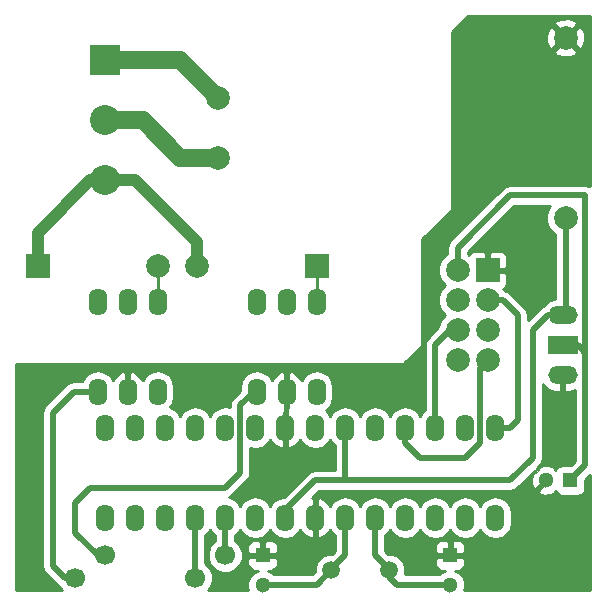
<source format=gbl>
G04 #@! TF.FileFunction,Copper,L2,Bot,Signal*
%FSLAX46Y46*%
G04 Gerber Fmt 4.6, Leading zero omitted, Abs format (unit mm)*
G04 Created by KiCad (PCBNEW 4.0.4+e1-6308~48~ubuntu15.10.1-stable) date Mon Sep 26 14:10:36 2016*
%MOMM*%
%LPD*%
G01*
G04 APERTURE LIST*
%ADD10C,0.100000*%
%ADD11C,1.699260*%
%ADD12R,2.499360X1.501140*%
%ADD13O,2.499360X1.501140*%
%ADD14R,2.540000X2.540000*%
%ADD15C,2.540000*%
%ADD16R,1.300000X1.300000*%
%ADD17C,1.300000*%
%ADD18C,1.998980*%
%ADD19R,1.998980X1.998980*%
%ADD20O,1.600000X2.300000*%
%ADD21R,2.000000X2.000000*%
%ADD22C,2.000000*%
%ADD23C,1.501140*%
%ADD24C,0.500000*%
%ADD25C,0.250000*%
%ADD26C,1.000000*%
%ADD27C,1.500000*%
%ADD28C,0.254000*%
G04 APERTURE END LIST*
D10*
D11*
X149225520Y-127632460D03*
X139065520Y-127632460D03*
D12*
X180340000Y-107952540D03*
D13*
X180340000Y-110492540D03*
X180340000Y-105412540D03*
D14*
X141605000Y-83820000D03*
D15*
X141605000Y-88900000D03*
X141605000Y-93980000D03*
D16*
X154940000Y-125730000D03*
D17*
X154940000Y-128230000D03*
D16*
X170815000Y-125730000D03*
D17*
X170815000Y-128230000D03*
D16*
X180975000Y-119380000D03*
D17*
X178975000Y-119380000D03*
D18*
X146050000Y-101216460D03*
D19*
X135890000Y-101216460D03*
D18*
X149352000Y-101221540D03*
D19*
X159512000Y-101221540D03*
D20*
X141605000Y-122555000D03*
X144145000Y-122555000D03*
X146685000Y-122555000D03*
X149225000Y-122555000D03*
X151765000Y-122555000D03*
X154305000Y-122555000D03*
X156845000Y-122555000D03*
X159385000Y-122555000D03*
X161925000Y-122555000D03*
X164465000Y-122555000D03*
X167005000Y-122555000D03*
X169545000Y-122555000D03*
X172085000Y-122555000D03*
X174625000Y-122555000D03*
X174625000Y-114935000D03*
X172085000Y-114935000D03*
X169545000Y-114935000D03*
X167005000Y-114935000D03*
X164465000Y-114935000D03*
X161925000Y-114935000D03*
X159385000Y-114935000D03*
X156845000Y-114935000D03*
X154305000Y-114935000D03*
X151765000Y-114935000D03*
X149225000Y-114935000D03*
X146685000Y-114935000D03*
X144145000Y-114935000D03*
X141605000Y-114935000D03*
D11*
X151765520Y-125727460D03*
X141605520Y-125727460D03*
D21*
X173990000Y-101600000D03*
D22*
X171450000Y-101600000D03*
X173990000Y-104140000D03*
X171450000Y-104140000D03*
X173990000Y-106680000D03*
X171450000Y-106680000D03*
X173990000Y-109220000D03*
X171450000Y-109220000D03*
X151130000Y-86995000D03*
X151130000Y-92075000D03*
X180594000Y-81915000D03*
X180594000Y-97155000D03*
D23*
X160754060Y-127000000D03*
X165635940Y-127000000D03*
D20*
X140970000Y-111887000D03*
X143510000Y-111887000D03*
X146050000Y-111887000D03*
X146050000Y-104267000D03*
X143510000Y-104267000D03*
X140970000Y-104267000D03*
X154432000Y-111887000D03*
X156972000Y-111887000D03*
X159512000Y-111887000D03*
X159512000Y-104267000D03*
X156972000Y-104267000D03*
X154432000Y-104267000D03*
D24*
X160754060Y-127000000D02*
X160754060Y-126900940D01*
X160754060Y-126900940D02*
X161925000Y-125730000D01*
X161925000Y-125730000D02*
X161925000Y-122555000D01*
X154940000Y-128230000D02*
X159524060Y-128230000D01*
X159524060Y-128230000D02*
X160754060Y-127000000D01*
X165635940Y-127000000D02*
X165635940Y-127535940D01*
X165635940Y-127535940D02*
X166330000Y-128230000D01*
X166330000Y-128230000D02*
X170815000Y-128230000D01*
X164465000Y-122555000D02*
X164465000Y-125730000D01*
X164465000Y-125730000D02*
X165635940Y-126900940D01*
X165635940Y-126900940D02*
X165635940Y-127000000D01*
X182245000Y-108585000D02*
X182245000Y-95250000D01*
X171450000Y-99695000D02*
X171450000Y-101600000D01*
X175895000Y-95250000D02*
X171450000Y-99695000D01*
X177165000Y-95250000D02*
X175895000Y-95250000D01*
X182245000Y-95250000D02*
X177165000Y-95250000D01*
X180975000Y-119380000D02*
X182245000Y-118110000D01*
X181612540Y-107952540D02*
X180340000Y-107952540D01*
X182245000Y-108585000D02*
X181612540Y-107952540D01*
X182245000Y-118110000D02*
X182245000Y-108585000D01*
D25*
X146050000Y-104267000D02*
X146050000Y-101216460D01*
X141605000Y-93980000D02*
X140335000Y-93980000D01*
D26*
X140335000Y-93980000D02*
X135890000Y-98425000D01*
X135890000Y-98425000D02*
X135890000Y-101216460D01*
X149352000Y-101221540D02*
X149352000Y-99187000D01*
X149352000Y-99187000D02*
X144145000Y-93980000D01*
X144145000Y-93980000D02*
X141605000Y-93980000D01*
D25*
X159512000Y-104267000D02*
X159512000Y-101221540D01*
D24*
X149225000Y-122555000D02*
X149225000Y-127631940D01*
X149225000Y-127631940D02*
X149225520Y-127632460D01*
X151765000Y-122555000D02*
X151765000Y-125726940D01*
X151765000Y-125726940D02*
X151765520Y-125727460D01*
X173990000Y-104140000D02*
X175260000Y-104140000D01*
X175260000Y-104140000D02*
X176530000Y-105410000D01*
X176530000Y-105410000D02*
X176530000Y-114300000D01*
X176530000Y-114300000D02*
X175895000Y-114935000D01*
X175895000Y-114935000D02*
X174625000Y-114935000D01*
D25*
X173990000Y-104140000D02*
X174625000Y-104140000D01*
X171450000Y-104140000D02*
X170815000Y-104140000D01*
X171450000Y-106680000D02*
X170815000Y-106680000D01*
D24*
X170815000Y-106680000D02*
X169545000Y-107950000D01*
X169545000Y-107950000D02*
X169545000Y-114935000D01*
X173355000Y-116205000D02*
X173355000Y-109855000D01*
X173355000Y-109855000D02*
X173990000Y-109220000D01*
X167005000Y-114935000D02*
X167005000Y-116205000D01*
X167005000Y-116205000D02*
X168275000Y-117475000D01*
X168275000Y-117475000D02*
X172085000Y-117475000D01*
X172085000Y-117475000D02*
X173355000Y-116205000D01*
D25*
X172085000Y-117475000D02*
X173355000Y-116205000D01*
X167005000Y-116205000D02*
X168275000Y-117475000D01*
X173355000Y-109855000D02*
X173990000Y-109220000D01*
D27*
X141605000Y-83820000D02*
X147955000Y-83820000D01*
X147955000Y-83820000D02*
X151130000Y-86995000D01*
X141605000Y-88900000D02*
X144780000Y-88900000D01*
X147955000Y-92075000D02*
X151130000Y-92075000D01*
X144780000Y-88900000D02*
X147955000Y-92075000D01*
D24*
X139065520Y-127632460D02*
X138173460Y-127632460D01*
X138938000Y-111887000D02*
X140970000Y-111887000D01*
X137160000Y-113665000D02*
X138938000Y-111887000D01*
X137160000Y-126619000D02*
X137160000Y-113665000D01*
X138173460Y-127632460D02*
X137160000Y-126619000D01*
D25*
X154432000Y-111887000D02*
X154178000Y-111887000D01*
D24*
X154178000Y-111887000D02*
X153035000Y-113030000D01*
X139065000Y-123825000D02*
X139065000Y-121285000D01*
X139065000Y-121285000D02*
X140335000Y-120015000D01*
X140335000Y-120015000D02*
X151765000Y-120015000D01*
X140967460Y-125727460D02*
X139065000Y-123825000D01*
X153035000Y-118745000D02*
X151765000Y-120015000D01*
X153035000Y-113030000D02*
X153035000Y-118745000D01*
X141605520Y-125727460D02*
X140967460Y-125727460D01*
X156845000Y-122555000D02*
X156845000Y-121920000D01*
X156845000Y-121920000D02*
X159385000Y-119380000D01*
X159385000Y-119380000D02*
X161925000Y-119380000D01*
X180340000Y-105412540D02*
X179067460Y-105412540D01*
X161925000Y-119380000D02*
X161925000Y-114935000D01*
X175895000Y-119380000D02*
X161925000Y-119380000D01*
X177800000Y-117475000D02*
X175895000Y-119380000D01*
X177800000Y-106680000D02*
X177800000Y-117475000D01*
X179067460Y-105412540D02*
X177800000Y-106680000D01*
X180594000Y-97155000D02*
X180594000Y-105158540D01*
X180594000Y-105158540D02*
X180340000Y-105412540D01*
D28*
G36*
X178075982Y-118660590D02*
X177845389Y-118716271D01*
X177677378Y-119199078D01*
X177706917Y-119709428D01*
X177845389Y-120043729D01*
X178075984Y-120099410D01*
X178795395Y-119380000D01*
X178781252Y-119365858D01*
X178960858Y-119186252D01*
X178975000Y-119200395D01*
X178989142Y-119186252D01*
X179168748Y-119365858D01*
X179154605Y-119380000D01*
X179168748Y-119394142D01*
X178989142Y-119573748D01*
X178975000Y-119559605D01*
X178255590Y-120279016D01*
X178311271Y-120509611D01*
X178794078Y-120677622D01*
X179304428Y-120648083D01*
X179638729Y-120509611D01*
X179694410Y-120279018D01*
X179796072Y-120380680D01*
X179860910Y-120481441D01*
X180073110Y-120626431D01*
X180325000Y-120677440D01*
X181625000Y-120677440D01*
X181860317Y-120633162D01*
X182076441Y-120494090D01*
X182221431Y-120281890D01*
X182272440Y-120030000D01*
X182272440Y-119334139D01*
X182640000Y-118966579D01*
X182640000Y-128665000D01*
X172025750Y-128665000D01*
X172099777Y-128486724D01*
X172100223Y-127975519D01*
X171905005Y-127503057D01*
X171543845Y-127141265D01*
X171239765Y-127015000D01*
X171591310Y-127015000D01*
X171824699Y-126918327D01*
X172003327Y-126739698D01*
X172100000Y-126506309D01*
X172100000Y-126015750D01*
X171941250Y-125857000D01*
X170942000Y-125857000D01*
X170942000Y-125877000D01*
X170688000Y-125877000D01*
X170688000Y-125857000D01*
X169688750Y-125857000D01*
X169530000Y-126015750D01*
X169530000Y-126506309D01*
X169626673Y-126739698D01*
X169805301Y-126918327D01*
X170038690Y-127015000D01*
X170390567Y-127015000D01*
X170088057Y-127139995D01*
X169882693Y-127345000D01*
X166992956Y-127345000D01*
X167021269Y-127276816D01*
X167021750Y-126725602D01*
X166811254Y-126216163D01*
X166421827Y-125826056D01*
X165912756Y-125614671D01*
X165600979Y-125614399D01*
X165350000Y-125363420D01*
X165350000Y-124953691D01*
X169530000Y-124953691D01*
X169530000Y-125444250D01*
X169688750Y-125603000D01*
X170688000Y-125603000D01*
X170688000Y-124603750D01*
X170942000Y-124603750D01*
X170942000Y-125603000D01*
X171941250Y-125603000D01*
X172100000Y-125444250D01*
X172100000Y-124953691D01*
X172003327Y-124720302D01*
X171824699Y-124541673D01*
X171591310Y-124445000D01*
X171100750Y-124445000D01*
X170942000Y-124603750D01*
X170688000Y-124603750D01*
X170529250Y-124445000D01*
X170038690Y-124445000D01*
X169805301Y-124541673D01*
X169626673Y-124720302D01*
X169530000Y-124953691D01*
X165350000Y-124953691D01*
X165350000Y-124041330D01*
X165479698Y-123954668D01*
X165735000Y-123572582D01*
X165990302Y-123954668D01*
X166455849Y-124265737D01*
X167005000Y-124374970D01*
X167554151Y-124265737D01*
X168019698Y-123954668D01*
X168275000Y-123572582D01*
X168530302Y-123954668D01*
X168995849Y-124265737D01*
X169545000Y-124374970D01*
X170094151Y-124265737D01*
X170559698Y-123954668D01*
X170815000Y-123572582D01*
X171070302Y-123954668D01*
X171535849Y-124265737D01*
X172085000Y-124374970D01*
X172634151Y-124265737D01*
X173099698Y-123954668D01*
X173355000Y-123572582D01*
X173610302Y-123954668D01*
X174075849Y-124265737D01*
X174625000Y-124374970D01*
X175174151Y-124265737D01*
X175639698Y-123954668D01*
X175950767Y-123489121D01*
X176060000Y-122939970D01*
X176060000Y-122170030D01*
X175950767Y-121620879D01*
X175639698Y-121155332D01*
X175174151Y-120844263D01*
X174625000Y-120735030D01*
X174075849Y-120844263D01*
X173610302Y-121155332D01*
X173355000Y-121537418D01*
X173099698Y-121155332D01*
X172634151Y-120844263D01*
X172085000Y-120735030D01*
X171535849Y-120844263D01*
X171070302Y-121155332D01*
X170815000Y-121537418D01*
X170559698Y-121155332D01*
X170094151Y-120844263D01*
X169545000Y-120735030D01*
X168995849Y-120844263D01*
X168530302Y-121155332D01*
X168275000Y-121537418D01*
X168019698Y-121155332D01*
X167554151Y-120844263D01*
X167005000Y-120735030D01*
X166455849Y-120844263D01*
X165990302Y-121155332D01*
X165735000Y-121537418D01*
X165479698Y-121155332D01*
X165014151Y-120844263D01*
X164465000Y-120735030D01*
X163915849Y-120844263D01*
X163450302Y-121155332D01*
X163195000Y-121537418D01*
X162939698Y-121155332D01*
X162474151Y-120844263D01*
X161925000Y-120735030D01*
X161375849Y-120844263D01*
X160910302Y-121155332D01*
X160657851Y-121533151D01*
X160309896Y-121100500D01*
X159816819Y-120830633D01*
X159734039Y-120813096D01*
X159512000Y-120935085D01*
X159512000Y-122428000D01*
X159532000Y-122428000D01*
X159532000Y-122682000D01*
X159512000Y-122682000D01*
X159512000Y-124174915D01*
X159734039Y-124296904D01*
X159816819Y-124279367D01*
X160309896Y-124009500D01*
X160657851Y-123576849D01*
X160910302Y-123954668D01*
X161040000Y-124041330D01*
X161040000Y-125363421D01*
X160788961Y-125614460D01*
X160479662Y-125614190D01*
X159970223Y-125824686D01*
X159580116Y-126214113D01*
X159368731Y-126723184D01*
X159368372Y-127134108D01*
X159157480Y-127345000D01*
X155872224Y-127345000D01*
X155668845Y-127141265D01*
X155364765Y-127015000D01*
X155716310Y-127015000D01*
X155949699Y-126918327D01*
X156128327Y-126739698D01*
X156225000Y-126506309D01*
X156225000Y-126015750D01*
X156066250Y-125857000D01*
X155067000Y-125857000D01*
X155067000Y-125877000D01*
X154813000Y-125877000D01*
X154813000Y-125857000D01*
X153813750Y-125857000D01*
X153655000Y-126015750D01*
X153655000Y-126506309D01*
X153751673Y-126739698D01*
X153930301Y-126918327D01*
X154163690Y-127015000D01*
X154515567Y-127015000D01*
X154213057Y-127139995D01*
X153851265Y-127501155D01*
X153655223Y-127973276D01*
X153654777Y-128484481D01*
X153729366Y-128665000D01*
X150292595Y-128665000D01*
X150483394Y-128474534D01*
X150709892Y-127929067D01*
X150710408Y-127338444D01*
X150484862Y-126792583D01*
X150110000Y-126417066D01*
X150110000Y-124041330D01*
X150239698Y-123954668D01*
X150495000Y-123572582D01*
X150750302Y-123954668D01*
X150880000Y-124041330D01*
X150880000Y-124513681D01*
X150507646Y-124885386D01*
X150281148Y-125430853D01*
X150280632Y-126021476D01*
X150506178Y-126567337D01*
X150923446Y-126985334D01*
X151468913Y-127211832D01*
X152059536Y-127212348D01*
X152605397Y-126986802D01*
X153023394Y-126569534D01*
X153249892Y-126024067D01*
X153250408Y-125433444D01*
X153052178Y-124953691D01*
X153655000Y-124953691D01*
X153655000Y-125444250D01*
X153813750Y-125603000D01*
X154813000Y-125603000D01*
X154813000Y-124603750D01*
X155067000Y-124603750D01*
X155067000Y-125603000D01*
X156066250Y-125603000D01*
X156225000Y-125444250D01*
X156225000Y-124953691D01*
X156128327Y-124720302D01*
X155949699Y-124541673D01*
X155716310Y-124445000D01*
X155225750Y-124445000D01*
X155067000Y-124603750D01*
X154813000Y-124603750D01*
X154654250Y-124445000D01*
X154163690Y-124445000D01*
X153930301Y-124541673D01*
X153751673Y-124720302D01*
X153655000Y-124953691D01*
X153052178Y-124953691D01*
X153024862Y-124887583D01*
X152650000Y-124512066D01*
X152650000Y-124041330D01*
X152779698Y-123954668D01*
X153035000Y-123572582D01*
X153290302Y-123954668D01*
X153755849Y-124265737D01*
X154305000Y-124374970D01*
X154854151Y-124265737D01*
X155319698Y-123954668D01*
X155575000Y-123572582D01*
X155830302Y-123954668D01*
X156295849Y-124265737D01*
X156845000Y-124374970D01*
X157394151Y-124265737D01*
X157859698Y-123954668D01*
X158112149Y-123576849D01*
X158460104Y-124009500D01*
X158953181Y-124279367D01*
X159035961Y-124296904D01*
X159258000Y-124174915D01*
X159258000Y-122682000D01*
X159238000Y-122682000D01*
X159238000Y-122428000D01*
X159258000Y-122428000D01*
X159258000Y-120935085D01*
X159144082Y-120872498D01*
X159751579Y-120265000D01*
X175894995Y-120265000D01*
X175895000Y-120265001D01*
X176177484Y-120208810D01*
X176233675Y-120197633D01*
X176520790Y-120005790D01*
X177970986Y-118555594D01*
X178075982Y-118660590D01*
X178075982Y-118660590D01*
G37*
X178075982Y-118660590D02*
X177845389Y-118716271D01*
X177677378Y-119199078D01*
X177706917Y-119709428D01*
X177845389Y-120043729D01*
X178075984Y-120099410D01*
X178795395Y-119380000D01*
X178781252Y-119365858D01*
X178960858Y-119186252D01*
X178975000Y-119200395D01*
X178989142Y-119186252D01*
X179168748Y-119365858D01*
X179154605Y-119380000D01*
X179168748Y-119394142D01*
X178989142Y-119573748D01*
X178975000Y-119559605D01*
X178255590Y-120279016D01*
X178311271Y-120509611D01*
X178794078Y-120677622D01*
X179304428Y-120648083D01*
X179638729Y-120509611D01*
X179694410Y-120279018D01*
X179796072Y-120380680D01*
X179860910Y-120481441D01*
X180073110Y-120626431D01*
X180325000Y-120677440D01*
X181625000Y-120677440D01*
X181860317Y-120633162D01*
X182076441Y-120494090D01*
X182221431Y-120281890D01*
X182272440Y-120030000D01*
X182272440Y-119334139D01*
X182640000Y-118966579D01*
X182640000Y-128665000D01*
X172025750Y-128665000D01*
X172099777Y-128486724D01*
X172100223Y-127975519D01*
X171905005Y-127503057D01*
X171543845Y-127141265D01*
X171239765Y-127015000D01*
X171591310Y-127015000D01*
X171824699Y-126918327D01*
X172003327Y-126739698D01*
X172100000Y-126506309D01*
X172100000Y-126015750D01*
X171941250Y-125857000D01*
X170942000Y-125857000D01*
X170942000Y-125877000D01*
X170688000Y-125877000D01*
X170688000Y-125857000D01*
X169688750Y-125857000D01*
X169530000Y-126015750D01*
X169530000Y-126506309D01*
X169626673Y-126739698D01*
X169805301Y-126918327D01*
X170038690Y-127015000D01*
X170390567Y-127015000D01*
X170088057Y-127139995D01*
X169882693Y-127345000D01*
X166992956Y-127345000D01*
X167021269Y-127276816D01*
X167021750Y-126725602D01*
X166811254Y-126216163D01*
X166421827Y-125826056D01*
X165912756Y-125614671D01*
X165600979Y-125614399D01*
X165350000Y-125363420D01*
X165350000Y-124953691D01*
X169530000Y-124953691D01*
X169530000Y-125444250D01*
X169688750Y-125603000D01*
X170688000Y-125603000D01*
X170688000Y-124603750D01*
X170942000Y-124603750D01*
X170942000Y-125603000D01*
X171941250Y-125603000D01*
X172100000Y-125444250D01*
X172100000Y-124953691D01*
X172003327Y-124720302D01*
X171824699Y-124541673D01*
X171591310Y-124445000D01*
X171100750Y-124445000D01*
X170942000Y-124603750D01*
X170688000Y-124603750D01*
X170529250Y-124445000D01*
X170038690Y-124445000D01*
X169805301Y-124541673D01*
X169626673Y-124720302D01*
X169530000Y-124953691D01*
X165350000Y-124953691D01*
X165350000Y-124041330D01*
X165479698Y-123954668D01*
X165735000Y-123572582D01*
X165990302Y-123954668D01*
X166455849Y-124265737D01*
X167005000Y-124374970D01*
X167554151Y-124265737D01*
X168019698Y-123954668D01*
X168275000Y-123572582D01*
X168530302Y-123954668D01*
X168995849Y-124265737D01*
X169545000Y-124374970D01*
X170094151Y-124265737D01*
X170559698Y-123954668D01*
X170815000Y-123572582D01*
X171070302Y-123954668D01*
X171535849Y-124265737D01*
X172085000Y-124374970D01*
X172634151Y-124265737D01*
X173099698Y-123954668D01*
X173355000Y-123572582D01*
X173610302Y-123954668D01*
X174075849Y-124265737D01*
X174625000Y-124374970D01*
X175174151Y-124265737D01*
X175639698Y-123954668D01*
X175950767Y-123489121D01*
X176060000Y-122939970D01*
X176060000Y-122170030D01*
X175950767Y-121620879D01*
X175639698Y-121155332D01*
X175174151Y-120844263D01*
X174625000Y-120735030D01*
X174075849Y-120844263D01*
X173610302Y-121155332D01*
X173355000Y-121537418D01*
X173099698Y-121155332D01*
X172634151Y-120844263D01*
X172085000Y-120735030D01*
X171535849Y-120844263D01*
X171070302Y-121155332D01*
X170815000Y-121537418D01*
X170559698Y-121155332D01*
X170094151Y-120844263D01*
X169545000Y-120735030D01*
X168995849Y-120844263D01*
X168530302Y-121155332D01*
X168275000Y-121537418D01*
X168019698Y-121155332D01*
X167554151Y-120844263D01*
X167005000Y-120735030D01*
X166455849Y-120844263D01*
X165990302Y-121155332D01*
X165735000Y-121537418D01*
X165479698Y-121155332D01*
X165014151Y-120844263D01*
X164465000Y-120735030D01*
X163915849Y-120844263D01*
X163450302Y-121155332D01*
X163195000Y-121537418D01*
X162939698Y-121155332D01*
X162474151Y-120844263D01*
X161925000Y-120735030D01*
X161375849Y-120844263D01*
X160910302Y-121155332D01*
X160657851Y-121533151D01*
X160309896Y-121100500D01*
X159816819Y-120830633D01*
X159734039Y-120813096D01*
X159512000Y-120935085D01*
X159512000Y-122428000D01*
X159532000Y-122428000D01*
X159532000Y-122682000D01*
X159512000Y-122682000D01*
X159512000Y-124174915D01*
X159734039Y-124296904D01*
X159816819Y-124279367D01*
X160309896Y-124009500D01*
X160657851Y-123576849D01*
X160910302Y-123954668D01*
X161040000Y-124041330D01*
X161040000Y-125363421D01*
X160788961Y-125614460D01*
X160479662Y-125614190D01*
X159970223Y-125824686D01*
X159580116Y-126214113D01*
X159368731Y-126723184D01*
X159368372Y-127134108D01*
X159157480Y-127345000D01*
X155872224Y-127345000D01*
X155668845Y-127141265D01*
X155364765Y-127015000D01*
X155716310Y-127015000D01*
X155949699Y-126918327D01*
X156128327Y-126739698D01*
X156225000Y-126506309D01*
X156225000Y-126015750D01*
X156066250Y-125857000D01*
X155067000Y-125857000D01*
X155067000Y-125877000D01*
X154813000Y-125877000D01*
X154813000Y-125857000D01*
X153813750Y-125857000D01*
X153655000Y-126015750D01*
X153655000Y-126506309D01*
X153751673Y-126739698D01*
X153930301Y-126918327D01*
X154163690Y-127015000D01*
X154515567Y-127015000D01*
X154213057Y-127139995D01*
X153851265Y-127501155D01*
X153655223Y-127973276D01*
X153654777Y-128484481D01*
X153729366Y-128665000D01*
X150292595Y-128665000D01*
X150483394Y-128474534D01*
X150709892Y-127929067D01*
X150710408Y-127338444D01*
X150484862Y-126792583D01*
X150110000Y-126417066D01*
X150110000Y-124041330D01*
X150239698Y-123954668D01*
X150495000Y-123572582D01*
X150750302Y-123954668D01*
X150880000Y-124041330D01*
X150880000Y-124513681D01*
X150507646Y-124885386D01*
X150281148Y-125430853D01*
X150280632Y-126021476D01*
X150506178Y-126567337D01*
X150923446Y-126985334D01*
X151468913Y-127211832D01*
X152059536Y-127212348D01*
X152605397Y-126986802D01*
X153023394Y-126569534D01*
X153249892Y-126024067D01*
X153250408Y-125433444D01*
X153052178Y-124953691D01*
X153655000Y-124953691D01*
X153655000Y-125444250D01*
X153813750Y-125603000D01*
X154813000Y-125603000D01*
X154813000Y-124603750D01*
X155067000Y-124603750D01*
X155067000Y-125603000D01*
X156066250Y-125603000D01*
X156225000Y-125444250D01*
X156225000Y-124953691D01*
X156128327Y-124720302D01*
X155949699Y-124541673D01*
X155716310Y-124445000D01*
X155225750Y-124445000D01*
X155067000Y-124603750D01*
X154813000Y-124603750D01*
X154654250Y-124445000D01*
X154163690Y-124445000D01*
X153930301Y-124541673D01*
X153751673Y-124720302D01*
X153655000Y-124953691D01*
X153052178Y-124953691D01*
X153024862Y-124887583D01*
X152650000Y-124512066D01*
X152650000Y-124041330D01*
X152779698Y-123954668D01*
X153035000Y-123572582D01*
X153290302Y-123954668D01*
X153755849Y-124265737D01*
X154305000Y-124374970D01*
X154854151Y-124265737D01*
X155319698Y-123954668D01*
X155575000Y-123572582D01*
X155830302Y-123954668D01*
X156295849Y-124265737D01*
X156845000Y-124374970D01*
X157394151Y-124265737D01*
X157859698Y-123954668D01*
X158112149Y-123576849D01*
X158460104Y-124009500D01*
X158953181Y-124279367D01*
X159035961Y-124296904D01*
X159258000Y-124174915D01*
X159258000Y-122682000D01*
X159238000Y-122682000D01*
X159238000Y-122428000D01*
X159258000Y-122428000D01*
X159258000Y-120935085D01*
X159144082Y-120872498D01*
X159751579Y-120265000D01*
X175894995Y-120265000D01*
X175895000Y-120265001D01*
X176177484Y-120208810D01*
X176233675Y-120197633D01*
X176520790Y-120005790D01*
X177970986Y-118555594D01*
X178075982Y-118660590D01*
G36*
X182640000Y-94470002D02*
X182583675Y-94432367D01*
X182245000Y-94365000D01*
X175895005Y-94365000D01*
X175895000Y-94364999D01*
X175556325Y-94432367D01*
X175269210Y-94624210D01*
X175269208Y-94624213D01*
X170824210Y-99069210D01*
X170632367Y-99356325D01*
X170632367Y-99356326D01*
X170564999Y-99695000D01*
X170565000Y-99695005D01*
X170565000Y-100196602D01*
X170525057Y-100213106D01*
X170064722Y-100672637D01*
X169815284Y-101273352D01*
X169814716Y-101923795D01*
X170063106Y-102524943D01*
X170407759Y-102870199D01*
X170064722Y-103212637D01*
X169815284Y-103813352D01*
X169814716Y-104463795D01*
X170063106Y-105064943D01*
X170407759Y-105410199D01*
X170064722Y-105752637D01*
X169815284Y-106353352D01*
X169815219Y-106428202D01*
X168919210Y-107324210D01*
X168727367Y-107611325D01*
X168727367Y-107611326D01*
X168659999Y-107950000D01*
X168660000Y-107950005D01*
X168660000Y-113448670D01*
X168530302Y-113535332D01*
X168275000Y-113917418D01*
X168019698Y-113535332D01*
X167554151Y-113224263D01*
X167005000Y-113115030D01*
X166455849Y-113224263D01*
X165990302Y-113535332D01*
X165735000Y-113917418D01*
X165479698Y-113535332D01*
X165014151Y-113224263D01*
X164465000Y-113115030D01*
X163915849Y-113224263D01*
X163450302Y-113535332D01*
X163195000Y-113917418D01*
X162939698Y-113535332D01*
X162474151Y-113224263D01*
X161925000Y-113115030D01*
X161375849Y-113224263D01*
X160910302Y-113535332D01*
X160655000Y-113917418D01*
X160399698Y-113535332D01*
X160277122Y-113453429D01*
X160526698Y-113286668D01*
X160837767Y-112821121D01*
X160947000Y-112271970D01*
X160947000Y-111502030D01*
X160837767Y-110952879D01*
X160526698Y-110487332D01*
X160061151Y-110176263D01*
X159512000Y-110067030D01*
X158962849Y-110176263D01*
X158497302Y-110487332D01*
X158244851Y-110865151D01*
X157896896Y-110432500D01*
X157403819Y-110162633D01*
X157321039Y-110145096D01*
X157099000Y-110267085D01*
X157099000Y-111760000D01*
X157119000Y-111760000D01*
X157119000Y-112014000D01*
X157099000Y-112014000D01*
X157099000Y-113245311D01*
X156972000Y-113315085D01*
X156972000Y-114808000D01*
X156992000Y-114808000D01*
X156992000Y-115062000D01*
X156972000Y-115062000D01*
X156972000Y-116554915D01*
X157194039Y-116676904D01*
X157276819Y-116659367D01*
X157769896Y-116389500D01*
X158117851Y-115956849D01*
X158370302Y-116334668D01*
X158835849Y-116645737D01*
X159385000Y-116754970D01*
X159934151Y-116645737D01*
X160399698Y-116334668D01*
X160655000Y-115952582D01*
X160910302Y-116334668D01*
X161040000Y-116421330D01*
X161040000Y-118495000D01*
X159385000Y-118495000D01*
X159046325Y-118562367D01*
X158759210Y-118754210D01*
X158759208Y-118754213D01*
X156761851Y-120751569D01*
X156295849Y-120844263D01*
X155830302Y-121155332D01*
X155575000Y-121537418D01*
X155319698Y-121155332D01*
X154854151Y-120844263D01*
X154305000Y-120735030D01*
X153755849Y-120844263D01*
X153290302Y-121155332D01*
X153035000Y-121537418D01*
X152779698Y-121155332D01*
X152314151Y-120844263D01*
X152138546Y-120809333D01*
X152390790Y-120640790D01*
X153660787Y-119370792D01*
X153660790Y-119370790D01*
X153852633Y-119083675D01*
X153883672Y-118927633D01*
X153920001Y-118745000D01*
X153920000Y-118744995D01*
X153920000Y-116678389D01*
X154305000Y-116754970D01*
X154854151Y-116645737D01*
X155319698Y-116334668D01*
X155572149Y-115956849D01*
X155920104Y-116389500D01*
X156413181Y-116659367D01*
X156495961Y-116676904D01*
X156718000Y-116554915D01*
X156718000Y-115062000D01*
X156698000Y-115062000D01*
X156698000Y-114808000D01*
X156718000Y-114808000D01*
X156718000Y-113576689D01*
X156845000Y-113506915D01*
X156845000Y-112014000D01*
X156825000Y-112014000D01*
X156825000Y-111760000D01*
X156845000Y-111760000D01*
X156845000Y-110267085D01*
X156622961Y-110145096D01*
X156540181Y-110162633D01*
X156047104Y-110432500D01*
X155699149Y-110865151D01*
X155446698Y-110487332D01*
X154981151Y-110176263D01*
X154432000Y-110067030D01*
X153882849Y-110176263D01*
X153417302Y-110487332D01*
X153106233Y-110952879D01*
X152997000Y-111502030D01*
X152997000Y-111816421D01*
X152409210Y-112404210D01*
X152217367Y-112691325D01*
X152217367Y-112691326D01*
X152149999Y-113030000D01*
X152150000Y-113030005D01*
X152150000Y-113191611D01*
X151765000Y-113115030D01*
X151215849Y-113224263D01*
X150750302Y-113535332D01*
X150495000Y-113917418D01*
X150239698Y-113535332D01*
X149774151Y-113224263D01*
X149225000Y-113115030D01*
X148675849Y-113224263D01*
X148210302Y-113535332D01*
X147955000Y-113917418D01*
X147699698Y-113535332D01*
X147234151Y-113224263D01*
X147121384Y-113201832D01*
X147375767Y-112821121D01*
X147485000Y-112271970D01*
X147485000Y-111502030D01*
X147375767Y-110952879D01*
X147064698Y-110487332D01*
X146599151Y-110176263D01*
X146050000Y-110067030D01*
X145500849Y-110176263D01*
X145035302Y-110487332D01*
X144782851Y-110865151D01*
X144434896Y-110432500D01*
X143941819Y-110162633D01*
X143859039Y-110145096D01*
X143637000Y-110267085D01*
X143637000Y-111760000D01*
X143657000Y-111760000D01*
X143657000Y-112014000D01*
X143637000Y-112014000D01*
X143637000Y-112034000D01*
X143383000Y-112034000D01*
X143383000Y-112014000D01*
X143363000Y-112014000D01*
X143363000Y-111760000D01*
X143383000Y-111760000D01*
X143383000Y-110267085D01*
X143160961Y-110145096D01*
X143078181Y-110162633D01*
X142585104Y-110432500D01*
X142237149Y-110865151D01*
X141984698Y-110487332D01*
X141519151Y-110176263D01*
X140970000Y-110067030D01*
X140420849Y-110176263D01*
X139955302Y-110487332D01*
X139644233Y-110952879D01*
X139634462Y-111002000D01*
X138938005Y-111002000D01*
X138938000Y-111001999D01*
X138655516Y-111058190D01*
X138599325Y-111069367D01*
X138312210Y-111261210D01*
X138312208Y-111261213D01*
X136534210Y-113039210D01*
X136342367Y-113326325D01*
X136333943Y-113368674D01*
X136274999Y-113665000D01*
X136275000Y-113665005D01*
X136275000Y-126618995D01*
X136274999Y-126619000D01*
X136322192Y-126856250D01*
X136342367Y-126957675D01*
X136464189Y-127139995D01*
X136534210Y-127244790D01*
X137547668Y-128258247D01*
X137547670Y-128258250D01*
X137782572Y-128415205D01*
X137806178Y-128472337D01*
X137998505Y-128665000D01*
X134060000Y-128665000D01*
X134060000Y-109502000D01*
X166850000Y-109502000D01*
X166899410Y-109491994D01*
X166939803Y-109464803D01*
X168439803Y-107964803D01*
X168467666Y-107922789D01*
X168477000Y-107875000D01*
X168477000Y-98927606D01*
X170939803Y-96464803D01*
X170967666Y-96422789D01*
X170977000Y-96375000D01*
X170977000Y-83067532D01*
X179621073Y-83067532D01*
X179719736Y-83334387D01*
X180329461Y-83560908D01*
X180979460Y-83536856D01*
X181468264Y-83334387D01*
X181566927Y-83067532D01*
X180594000Y-82094605D01*
X179621073Y-83067532D01*
X170977000Y-83067532D01*
X170977000Y-81650461D01*
X178948092Y-81650461D01*
X178972144Y-82300460D01*
X179174613Y-82789264D01*
X179441468Y-82887927D01*
X180414395Y-81915000D01*
X180773605Y-81915000D01*
X181746532Y-82887927D01*
X182013387Y-82789264D01*
X182239908Y-82179539D01*
X182215856Y-81529540D01*
X182013387Y-81040736D01*
X181746532Y-80942073D01*
X180773605Y-81915000D01*
X180414395Y-81915000D01*
X179441468Y-80942073D01*
X179174613Y-81040736D01*
X178948092Y-81650461D01*
X170977000Y-81650461D01*
X170977000Y-81427606D01*
X171642138Y-80762468D01*
X179621073Y-80762468D01*
X180594000Y-81735395D01*
X181566927Y-80762468D01*
X181468264Y-80495613D01*
X180858539Y-80269092D01*
X180208540Y-80293144D01*
X179719736Y-80495613D01*
X179621073Y-80762468D01*
X171642138Y-80762468D01*
X172319606Y-80085000D01*
X182640000Y-80085000D01*
X182640000Y-94470002D01*
X182640000Y-94470002D01*
G37*
X182640000Y-94470002D02*
X182583675Y-94432367D01*
X182245000Y-94365000D01*
X175895005Y-94365000D01*
X175895000Y-94364999D01*
X175556325Y-94432367D01*
X175269210Y-94624210D01*
X175269208Y-94624213D01*
X170824210Y-99069210D01*
X170632367Y-99356325D01*
X170632367Y-99356326D01*
X170564999Y-99695000D01*
X170565000Y-99695005D01*
X170565000Y-100196602D01*
X170525057Y-100213106D01*
X170064722Y-100672637D01*
X169815284Y-101273352D01*
X169814716Y-101923795D01*
X170063106Y-102524943D01*
X170407759Y-102870199D01*
X170064722Y-103212637D01*
X169815284Y-103813352D01*
X169814716Y-104463795D01*
X170063106Y-105064943D01*
X170407759Y-105410199D01*
X170064722Y-105752637D01*
X169815284Y-106353352D01*
X169815219Y-106428202D01*
X168919210Y-107324210D01*
X168727367Y-107611325D01*
X168727367Y-107611326D01*
X168659999Y-107950000D01*
X168660000Y-107950005D01*
X168660000Y-113448670D01*
X168530302Y-113535332D01*
X168275000Y-113917418D01*
X168019698Y-113535332D01*
X167554151Y-113224263D01*
X167005000Y-113115030D01*
X166455849Y-113224263D01*
X165990302Y-113535332D01*
X165735000Y-113917418D01*
X165479698Y-113535332D01*
X165014151Y-113224263D01*
X164465000Y-113115030D01*
X163915849Y-113224263D01*
X163450302Y-113535332D01*
X163195000Y-113917418D01*
X162939698Y-113535332D01*
X162474151Y-113224263D01*
X161925000Y-113115030D01*
X161375849Y-113224263D01*
X160910302Y-113535332D01*
X160655000Y-113917418D01*
X160399698Y-113535332D01*
X160277122Y-113453429D01*
X160526698Y-113286668D01*
X160837767Y-112821121D01*
X160947000Y-112271970D01*
X160947000Y-111502030D01*
X160837767Y-110952879D01*
X160526698Y-110487332D01*
X160061151Y-110176263D01*
X159512000Y-110067030D01*
X158962849Y-110176263D01*
X158497302Y-110487332D01*
X158244851Y-110865151D01*
X157896896Y-110432500D01*
X157403819Y-110162633D01*
X157321039Y-110145096D01*
X157099000Y-110267085D01*
X157099000Y-111760000D01*
X157119000Y-111760000D01*
X157119000Y-112014000D01*
X157099000Y-112014000D01*
X157099000Y-113245311D01*
X156972000Y-113315085D01*
X156972000Y-114808000D01*
X156992000Y-114808000D01*
X156992000Y-115062000D01*
X156972000Y-115062000D01*
X156972000Y-116554915D01*
X157194039Y-116676904D01*
X157276819Y-116659367D01*
X157769896Y-116389500D01*
X158117851Y-115956849D01*
X158370302Y-116334668D01*
X158835849Y-116645737D01*
X159385000Y-116754970D01*
X159934151Y-116645737D01*
X160399698Y-116334668D01*
X160655000Y-115952582D01*
X160910302Y-116334668D01*
X161040000Y-116421330D01*
X161040000Y-118495000D01*
X159385000Y-118495000D01*
X159046325Y-118562367D01*
X158759210Y-118754210D01*
X158759208Y-118754213D01*
X156761851Y-120751569D01*
X156295849Y-120844263D01*
X155830302Y-121155332D01*
X155575000Y-121537418D01*
X155319698Y-121155332D01*
X154854151Y-120844263D01*
X154305000Y-120735030D01*
X153755849Y-120844263D01*
X153290302Y-121155332D01*
X153035000Y-121537418D01*
X152779698Y-121155332D01*
X152314151Y-120844263D01*
X152138546Y-120809333D01*
X152390790Y-120640790D01*
X153660787Y-119370792D01*
X153660790Y-119370790D01*
X153852633Y-119083675D01*
X153883672Y-118927633D01*
X153920001Y-118745000D01*
X153920000Y-118744995D01*
X153920000Y-116678389D01*
X154305000Y-116754970D01*
X154854151Y-116645737D01*
X155319698Y-116334668D01*
X155572149Y-115956849D01*
X155920104Y-116389500D01*
X156413181Y-116659367D01*
X156495961Y-116676904D01*
X156718000Y-116554915D01*
X156718000Y-115062000D01*
X156698000Y-115062000D01*
X156698000Y-114808000D01*
X156718000Y-114808000D01*
X156718000Y-113576689D01*
X156845000Y-113506915D01*
X156845000Y-112014000D01*
X156825000Y-112014000D01*
X156825000Y-111760000D01*
X156845000Y-111760000D01*
X156845000Y-110267085D01*
X156622961Y-110145096D01*
X156540181Y-110162633D01*
X156047104Y-110432500D01*
X155699149Y-110865151D01*
X155446698Y-110487332D01*
X154981151Y-110176263D01*
X154432000Y-110067030D01*
X153882849Y-110176263D01*
X153417302Y-110487332D01*
X153106233Y-110952879D01*
X152997000Y-111502030D01*
X152997000Y-111816421D01*
X152409210Y-112404210D01*
X152217367Y-112691325D01*
X152217367Y-112691326D01*
X152149999Y-113030000D01*
X152150000Y-113030005D01*
X152150000Y-113191611D01*
X151765000Y-113115030D01*
X151215849Y-113224263D01*
X150750302Y-113535332D01*
X150495000Y-113917418D01*
X150239698Y-113535332D01*
X149774151Y-113224263D01*
X149225000Y-113115030D01*
X148675849Y-113224263D01*
X148210302Y-113535332D01*
X147955000Y-113917418D01*
X147699698Y-113535332D01*
X147234151Y-113224263D01*
X147121384Y-113201832D01*
X147375767Y-112821121D01*
X147485000Y-112271970D01*
X147485000Y-111502030D01*
X147375767Y-110952879D01*
X147064698Y-110487332D01*
X146599151Y-110176263D01*
X146050000Y-110067030D01*
X145500849Y-110176263D01*
X145035302Y-110487332D01*
X144782851Y-110865151D01*
X144434896Y-110432500D01*
X143941819Y-110162633D01*
X143859039Y-110145096D01*
X143637000Y-110267085D01*
X143637000Y-111760000D01*
X143657000Y-111760000D01*
X143657000Y-112014000D01*
X143637000Y-112014000D01*
X143637000Y-112034000D01*
X143383000Y-112034000D01*
X143383000Y-112014000D01*
X143363000Y-112014000D01*
X143363000Y-111760000D01*
X143383000Y-111760000D01*
X143383000Y-110267085D01*
X143160961Y-110145096D01*
X143078181Y-110162633D01*
X142585104Y-110432500D01*
X142237149Y-110865151D01*
X141984698Y-110487332D01*
X141519151Y-110176263D01*
X140970000Y-110067030D01*
X140420849Y-110176263D01*
X139955302Y-110487332D01*
X139644233Y-110952879D01*
X139634462Y-111002000D01*
X138938005Y-111002000D01*
X138938000Y-111001999D01*
X138655516Y-111058190D01*
X138599325Y-111069367D01*
X138312210Y-111261210D01*
X138312208Y-111261213D01*
X136534210Y-113039210D01*
X136342367Y-113326325D01*
X136333943Y-113368674D01*
X136274999Y-113665000D01*
X136275000Y-113665005D01*
X136275000Y-126618995D01*
X136274999Y-126619000D01*
X136322192Y-126856250D01*
X136342367Y-126957675D01*
X136464189Y-127139995D01*
X136534210Y-127244790D01*
X137547668Y-128258247D01*
X137547670Y-128258250D01*
X137782572Y-128415205D01*
X137806178Y-128472337D01*
X137998505Y-128665000D01*
X134060000Y-128665000D01*
X134060000Y-109502000D01*
X166850000Y-109502000D01*
X166899410Y-109491994D01*
X166939803Y-109464803D01*
X168439803Y-107964803D01*
X168467666Y-107922789D01*
X168477000Y-107875000D01*
X168477000Y-98927606D01*
X170939803Y-96464803D01*
X170967666Y-96422789D01*
X170977000Y-96375000D01*
X170977000Y-83067532D01*
X179621073Y-83067532D01*
X179719736Y-83334387D01*
X180329461Y-83560908D01*
X180979460Y-83536856D01*
X181468264Y-83334387D01*
X181566927Y-83067532D01*
X180594000Y-82094605D01*
X179621073Y-83067532D01*
X170977000Y-83067532D01*
X170977000Y-81650461D01*
X178948092Y-81650461D01*
X178972144Y-82300460D01*
X179174613Y-82789264D01*
X179441468Y-82887927D01*
X180414395Y-81915000D01*
X180773605Y-81915000D01*
X181746532Y-82887927D01*
X182013387Y-82789264D01*
X182239908Y-82179539D01*
X182215856Y-81529540D01*
X182013387Y-81040736D01*
X181746532Y-80942073D01*
X180773605Y-81915000D01*
X180414395Y-81915000D01*
X179441468Y-80942073D01*
X179174613Y-81040736D01*
X178948092Y-81650461D01*
X170977000Y-81650461D01*
X170977000Y-81427606D01*
X171642138Y-80762468D01*
X179621073Y-80762468D01*
X180594000Y-81735395D01*
X181566927Y-80762468D01*
X181468264Y-80495613D01*
X180858539Y-80269092D01*
X180208540Y-80293144D01*
X179719736Y-80495613D01*
X179621073Y-80762468D01*
X171642138Y-80762468D01*
X172319606Y-80085000D01*
X182640000Y-80085000D01*
X182640000Y-94470002D01*
G36*
X180467000Y-110365540D02*
X180487000Y-110365540D01*
X180487000Y-110619540D01*
X180467000Y-110619540D01*
X180467000Y-111878110D01*
X180966110Y-111878110D01*
X181360000Y-111761531D01*
X181360000Y-117743421D01*
X181020861Y-118082560D01*
X180325000Y-118082560D01*
X180089683Y-118126838D01*
X179873559Y-118265910D01*
X179796063Y-118379329D01*
X179694410Y-118480982D01*
X179638729Y-118250389D01*
X179155922Y-118082378D01*
X178645572Y-118111917D01*
X178311271Y-118250389D01*
X178255590Y-118480982D01*
X178150594Y-118375986D01*
X178425787Y-118100792D01*
X178425790Y-118100790D01*
X178617633Y-117813675D01*
X178628810Y-117757484D01*
X178685001Y-117475000D01*
X178685000Y-117474995D01*
X178685000Y-111223548D01*
X178771342Y-111382484D01*
X179193323Y-111724039D01*
X179713890Y-111878110D01*
X180213000Y-111878110D01*
X180213000Y-110619540D01*
X180193000Y-110619540D01*
X180193000Y-110365540D01*
X180213000Y-110365540D01*
X180213000Y-110345540D01*
X180467000Y-110345540D01*
X180467000Y-110365540D01*
X180467000Y-110365540D01*
G37*
X180467000Y-110365540D02*
X180487000Y-110365540D01*
X180487000Y-110619540D01*
X180467000Y-110619540D01*
X180467000Y-111878110D01*
X180966110Y-111878110D01*
X181360000Y-111761531D01*
X181360000Y-117743421D01*
X181020861Y-118082560D01*
X180325000Y-118082560D01*
X180089683Y-118126838D01*
X179873559Y-118265910D01*
X179796063Y-118379329D01*
X179694410Y-118480982D01*
X179638729Y-118250389D01*
X179155922Y-118082378D01*
X178645572Y-118111917D01*
X178311271Y-118250389D01*
X178255590Y-118480982D01*
X178150594Y-118375986D01*
X178425787Y-118100792D01*
X178425790Y-118100790D01*
X178617633Y-117813675D01*
X178628810Y-117757484D01*
X178685001Y-117475000D01*
X178685000Y-117474995D01*
X178685000Y-111223548D01*
X178771342Y-111382484D01*
X179193323Y-111724039D01*
X179713890Y-111878110D01*
X180213000Y-111878110D01*
X180213000Y-110619540D01*
X180193000Y-110619540D01*
X180193000Y-110365540D01*
X180213000Y-110365540D01*
X180213000Y-110345540D01*
X180467000Y-110345540D01*
X180467000Y-110365540D01*
G36*
X179208722Y-96227637D02*
X178959284Y-96828352D01*
X178958716Y-97478795D01*
X179207106Y-98079943D01*
X179666637Y-98540278D01*
X179709000Y-98557869D01*
X179709000Y-104045860D01*
X179273732Y-104132440D01*
X178824221Y-104432794D01*
X178705508Y-104610460D01*
X178441670Y-104786750D01*
X178441668Y-104786753D01*
X177415000Y-105813420D01*
X177415000Y-105410005D01*
X177415001Y-105410000D01*
X177347633Y-105071325D01*
X177330233Y-105045284D01*
X177155790Y-104784210D01*
X177155787Y-104784208D01*
X175885790Y-103514210D01*
X175598675Y-103322367D01*
X175542484Y-103311190D01*
X175405344Y-103283910D01*
X175376894Y-103215057D01*
X175314749Y-103152803D01*
X175349698Y-103138327D01*
X175528327Y-102959699D01*
X175625000Y-102726310D01*
X175625000Y-101885750D01*
X175466250Y-101727000D01*
X174117000Y-101727000D01*
X174117000Y-101747000D01*
X173863000Y-101747000D01*
X173863000Y-101727000D01*
X173843000Y-101727000D01*
X173843000Y-101473000D01*
X173863000Y-101473000D01*
X173863000Y-100123750D01*
X174117000Y-100123750D01*
X174117000Y-101473000D01*
X175466250Y-101473000D01*
X175625000Y-101314250D01*
X175625000Y-100473690D01*
X175528327Y-100240301D01*
X175349698Y-100061673D01*
X175116309Y-99965000D01*
X174275750Y-99965000D01*
X174117000Y-100123750D01*
X173863000Y-100123750D01*
X173704250Y-99965000D01*
X172863691Y-99965000D01*
X172630302Y-100061673D01*
X172451673Y-100240301D01*
X172437369Y-100274833D01*
X172377363Y-100214722D01*
X172335000Y-100197131D01*
X172335000Y-100061580D01*
X176261579Y-96135000D01*
X179301521Y-96135000D01*
X179208722Y-96227637D01*
X179208722Y-96227637D01*
G37*
X179208722Y-96227637D02*
X178959284Y-96828352D01*
X178958716Y-97478795D01*
X179207106Y-98079943D01*
X179666637Y-98540278D01*
X179709000Y-98557869D01*
X179709000Y-104045860D01*
X179273732Y-104132440D01*
X178824221Y-104432794D01*
X178705508Y-104610460D01*
X178441670Y-104786750D01*
X178441668Y-104786753D01*
X177415000Y-105813420D01*
X177415000Y-105410005D01*
X177415001Y-105410000D01*
X177347633Y-105071325D01*
X177330233Y-105045284D01*
X177155790Y-104784210D01*
X177155787Y-104784208D01*
X175885790Y-103514210D01*
X175598675Y-103322367D01*
X175542484Y-103311190D01*
X175405344Y-103283910D01*
X175376894Y-103215057D01*
X175314749Y-103152803D01*
X175349698Y-103138327D01*
X175528327Y-102959699D01*
X175625000Y-102726310D01*
X175625000Y-101885750D01*
X175466250Y-101727000D01*
X174117000Y-101727000D01*
X174117000Y-101747000D01*
X173863000Y-101747000D01*
X173863000Y-101727000D01*
X173843000Y-101727000D01*
X173843000Y-101473000D01*
X173863000Y-101473000D01*
X173863000Y-100123750D01*
X174117000Y-100123750D01*
X174117000Y-101473000D01*
X175466250Y-101473000D01*
X175625000Y-101314250D01*
X175625000Y-100473690D01*
X175528327Y-100240301D01*
X175349698Y-100061673D01*
X175116309Y-99965000D01*
X174275750Y-99965000D01*
X174117000Y-100123750D01*
X173863000Y-100123750D01*
X173704250Y-99965000D01*
X172863691Y-99965000D01*
X172630302Y-100061673D01*
X172451673Y-100240301D01*
X172437369Y-100274833D01*
X172377363Y-100214722D01*
X172335000Y-100197131D01*
X172335000Y-100061580D01*
X176261579Y-96135000D01*
X179301521Y-96135000D01*
X179208722Y-96227637D01*
M02*

</source>
